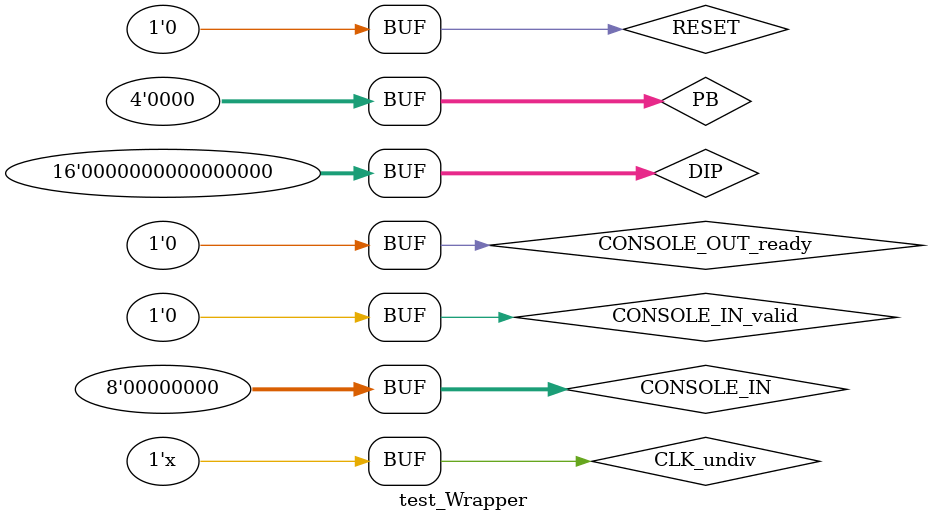
<source format=v>
`timescale 1ns / 1ps
/*
----------------------------------------------------------------------------------
--	(c) Thao Nguyen and Rajesh Panicker
--	License terms :
--	You are free to use this code as long as you
--		(i) DO NOT post it on any public repository;
--		(ii) use it only for educational purposes;
--		(iii) accept the responsibility to ensure that your implementation does not violate any intellectual property of ARM Holdings or other entities.
--		(iv) accept that the program is provided "as is" without warranty of any kind or assurance regarding its suitability for any particular purpose;
--		(v) send an email to rajesh.panicker@ieee.org briefly mentioning its use (except when used for the course CG3207 at the National University of Singapore);
--		(vi) retain this notice in this file or any files derived from this.
----------------------------------------------------------------------------------
*/
module test_Wrapper #(
	   parameter N_LEDs_OUT	= 8,					
	   parameter N_DIPs		= 16,
	   parameter N_PBs		= 4 
	)
	(
	);
	
	// Signals for the Unit Under Test (UUT)
	reg  [N_DIPs-1:0] DIP = 0;		
	reg  [N_PBs-1:0] PB = 0;			
	wire [N_LEDs_OUT-1:0] LED_OUT;
	wire [6:0] LED_PC;			
	wire [31:0] SEVENSEGHEX;	
	wire [7:0] CONSOLE_OUT;
	reg  CONSOLE_OUT_ready = 0;
	wire CONSOLE_OUT_valid;
	reg  [7:0] CONSOLE_IN = 0;
	reg  CONSOLE_IN_valid = 0;
	wire CONSOLE_IN_ack;
	reg  RESET = 0;					
	reg  CLK_undiv = 0;				
	
	// Instantiate UUT
	Wrapper dut(DIP, PB, LED_OUT, LED_PC, SEVENSEGHEX, CONSOLE_OUT, CONSOLE_OUT_ready, CONSOLE_OUT_valid, CONSOLE_IN, CONSOLE_IN_valid, CONSOLE_IN_ack, RESET, CLK_undiv) ;
	
	// STIMULI
    initial
    begin
		RESET = 1; #10; RESET = 0; //hold reset state for 10 ns.
		
    end
	
	// GENERATE CLOCK       
    always          
    begin
       #5 CLK_undiv = ~CLK_undiv ; // invert clk every 5 time units 
    end
    
endmodule
</source>
